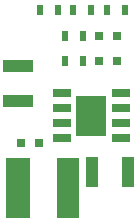
<source format=gtp>
G04 #@! TF.GenerationSoftware,KiCad,Pcbnew,(5.1.6-0-10_14)*
G04 #@! TF.CreationDate,2021-12-16T11:14:58+09:00*
G04 #@! TF.ProjectId,qPCR-5VUPS,71504352-2d35-4565-9550-532e6b696361,rev?*
G04 #@! TF.SameCoordinates,Original*
G04 #@! TF.FileFunction,Paste,Top*
G04 #@! TF.FilePolarity,Positive*
%FSLAX46Y46*%
G04 Gerber Fmt 4.6, Leading zero omitted, Abs format (unit mm)*
G04 Created by KiCad (PCBNEW (5.1.6-0-10_14)) date 2021-12-16 11:14:58*
%MOMM*%
%LPD*%
G01*
G04 APERTURE LIST*
%ADD10R,2.500000X1.000000*%
%ADD11R,0.800000X0.750000*%
%ADD12R,1.000000X2.500000*%
%ADD13R,1.900000X5.100000*%
%ADD14R,2.100000X5.100000*%
%ADD15R,0.500000X0.900000*%
%ADD16R,1.505000X0.802000*%
%ADD17R,2.500000X3.500000*%
G04 APERTURE END LIST*
D10*
X93600000Y-77300000D03*
X93600000Y-80300000D03*
D11*
X100480000Y-76850000D03*
X101980000Y-76850000D03*
X100480000Y-74750000D03*
X101980000Y-74750000D03*
X93850000Y-83800000D03*
X95350000Y-83800000D03*
D12*
X99900000Y-86300000D03*
X102900000Y-86300000D03*
D13*
X97800000Y-87600000D03*
D14*
X93600000Y-87600000D03*
D15*
X96950000Y-72600000D03*
X95450000Y-72600000D03*
X97580000Y-76850000D03*
X99080000Y-76850000D03*
X99080000Y-74750000D03*
X97580000Y-74750000D03*
X102650000Y-72600000D03*
X101150000Y-72600000D03*
X98250000Y-72600000D03*
X99750000Y-72600000D03*
D16*
X102297500Y-79595000D03*
X97302500Y-79595000D03*
X102297500Y-80865000D03*
X97302500Y-80865000D03*
X102297500Y-82135000D03*
X97302500Y-82135000D03*
X102297500Y-83405000D03*
X97302500Y-83405000D03*
D17*
X99800000Y-81500000D03*
M02*

</source>
